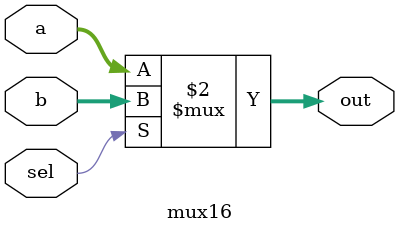
<source format=v>
module mux16(
    input [15:0] a,    
    input [15:0] b,    
    input sel,         
    output [15:0] out  
);
    // O multiplexador de 16 bits seleciona entre 'a' e 'b' (vetores de 16 bits) baseado em 'sel'.
    // Se sel=0, a saída 'out' é igual à entrada 'a'.
    // Se sel=1, a saída 'out' é igual à entrada 'b'.
    assign out = (sel == 1'b0) ? a : b;
endmodule
</source>
